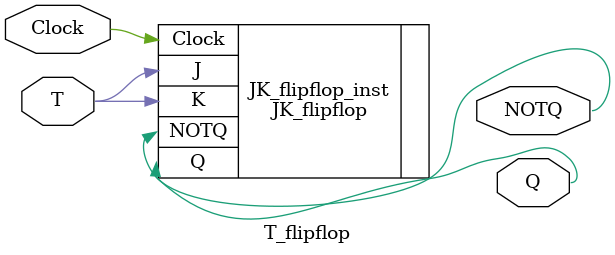
<source format=v>
module T_flipflop(
    input T, Clock,
    output Q, 
    output NOTQ
    );
    
    JK_flipflop JK_flipflop_inst(
        .J(T),
        .K(T),
        .Clock(Clock),
        .Q(Q),
        .NOTQ(NOTQ)
        );
        
endmodule

</source>
